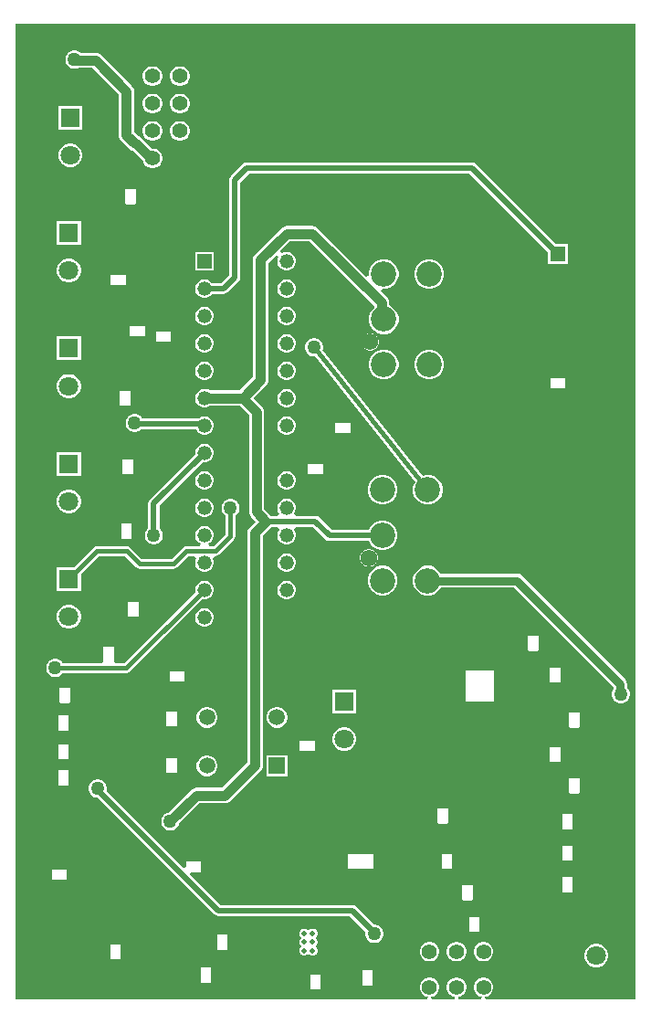
<source format=gbr>
%TF.GenerationSoftware,Altium Limited,Altium Designer,24.10.1 (45)*%
G04 Layer_Physical_Order=2*
G04 Layer_Color=16711680*
%FSLAX25Y25*%
%MOIN*%
%TF.SameCoordinates,F49E7BB8-28A7-4C0D-84C7-1FE184DCB0B3*%
%TF.FilePolarity,Positive*%
%TF.FileFunction,Copper,L2,Bot,Signal*%
%TF.Part,Single*%
G01*
G75*
%TA.AperFunction,Conductor*%
%ADD10C,0.01500*%
%ADD12C,0.02000*%
%ADD27C,0.03000*%
%ADD28C,0.03500*%
%TA.AperFunction,ComponentPad*%
%ADD30C,0.06200*%
%ADD31C,0.09200*%
%ADD32C,0.05500*%
%ADD33R,0.05600X0.05600*%
%ADD34C,0.05600*%
%ADD35C,0.07087*%
%ADD36R,0.07087X0.07087*%
%ADD37R,0.05200X0.05200*%
%ADD38C,0.05200*%
%ADD39R,0.07087X0.07087*%
%ADD40C,0.02000*%
%ADD41C,0.05900*%
%ADD42R,0.05900X0.05900*%
%TA.AperFunction,ViaPad*%
%ADD43C,0.05000*%
%ADD44C,0.01575*%
G36*
X468500Y105000D02*
X413599D01*
X413467Y106000D01*
X414213Y106200D01*
X415022Y106667D01*
X415683Y107328D01*
X416151Y108138D01*
X416393Y109040D01*
Y109975D01*
X416151Y110878D01*
X415683Y111688D01*
X415022Y112349D01*
X414213Y112816D01*
X413310Y113058D01*
X412375D01*
X411472Y112816D01*
X410663Y112349D01*
X410002Y111688D01*
X409535Y110878D01*
X409293Y109975D01*
Y109040D01*
X409535Y108138D01*
X410002Y107328D01*
X410663Y106667D01*
X411472Y106200D01*
X412218Y106000D01*
X412086Y105000D01*
X403756D01*
X403625Y106000D01*
X404370Y106200D01*
X405180Y106667D01*
X405841Y107328D01*
X406308Y108138D01*
X406550Y109040D01*
Y109975D01*
X406308Y110878D01*
X405841Y111688D01*
X405180Y112349D01*
X404370Y112816D01*
X403467Y113058D01*
X402533D01*
X401630Y112816D01*
X400820Y112349D01*
X400159Y111688D01*
X399692Y110878D01*
X399450Y109975D01*
Y109040D01*
X399692Y108138D01*
X400159Y107328D01*
X400820Y106667D01*
X401630Y106200D01*
X402375Y106000D01*
X402244Y105000D01*
X393914D01*
X393782Y106000D01*
X394528Y106200D01*
X395337Y106667D01*
X395998Y107328D01*
X396465Y108138D01*
X396708Y109040D01*
Y109975D01*
X396465Y110878D01*
X395998Y111688D01*
X395337Y112349D01*
X394528Y112816D01*
X393625Y113058D01*
X392690D01*
X391787Y112816D01*
X390978Y112349D01*
X390317Y111688D01*
X389849Y110878D01*
X389608Y109975D01*
Y109040D01*
X389849Y108138D01*
X390317Y107328D01*
X390978Y106667D01*
X391787Y106200D01*
X392533Y106000D01*
X392401Y105000D01*
X242000D01*
Y461000D01*
X468500D01*
Y105000D01*
D02*
G37*
%LPC*%
G36*
X302467Y445550D02*
X301533D01*
X300630Y445308D01*
X299820Y444841D01*
X299159Y444180D01*
X298692Y443370D01*
X298450Y442467D01*
Y441533D01*
X298692Y440630D01*
X299159Y439820D01*
X299820Y439159D01*
X300630Y438692D01*
X301533Y438450D01*
X302467D01*
X303370Y438692D01*
X304180Y439159D01*
X304841Y439820D01*
X305308Y440630D01*
X305550Y441533D01*
Y442467D01*
X305308Y443370D01*
X304841Y444180D01*
X304180Y444841D01*
X303370Y445308D01*
X302467Y445550D01*
D02*
G37*
G36*
X292467D02*
X291533D01*
X290630Y445308D01*
X289820Y444841D01*
X289159Y444180D01*
X288692Y443370D01*
X288450Y442467D01*
Y441533D01*
X288692Y440630D01*
X289159Y439820D01*
X289820Y439159D01*
X290630Y438692D01*
X291533Y438450D01*
X292467D01*
X293370Y438692D01*
X294180Y439159D01*
X294841Y439820D01*
X295308Y440630D01*
X295550Y441533D01*
Y442467D01*
X295308Y443370D01*
X294841Y444180D01*
X294180Y444841D01*
X293370Y445308D01*
X292467Y445550D01*
D02*
G37*
G36*
X302467Y435550D02*
X301533D01*
X300630Y435308D01*
X299820Y434841D01*
X299159Y434180D01*
X298692Y433370D01*
X298450Y432467D01*
Y431533D01*
X298692Y430630D01*
X299159Y429820D01*
X299820Y429159D01*
X300630Y428692D01*
X301533Y428450D01*
X302467D01*
X303370Y428692D01*
X304180Y429159D01*
X304841Y429820D01*
X305308Y430630D01*
X305550Y431533D01*
Y432467D01*
X305308Y433370D01*
X304841Y434180D01*
X304180Y434841D01*
X303370Y435308D01*
X302467Y435550D01*
D02*
G37*
G36*
X292467D02*
X291533D01*
X290630Y435308D01*
X289820Y434841D01*
X289159Y434180D01*
X288692Y433370D01*
X288450Y432467D01*
Y431533D01*
X288692Y430630D01*
X289159Y429820D01*
X289820Y429159D01*
X290630Y428692D01*
X291533Y428450D01*
X292467D01*
X293370Y428692D01*
X294180Y429159D01*
X294841Y429820D01*
X295308Y430630D01*
X295550Y431533D01*
Y432467D01*
X295308Y433370D01*
X294841Y434180D01*
X294180Y434841D01*
X293370Y435308D01*
X292467Y435550D01*
D02*
G37*
G36*
X266343Y431223D02*
X257657D01*
Y422536D01*
X266343D01*
Y431223D01*
D02*
G37*
G36*
X302467Y425550D02*
X301533D01*
X300630Y425308D01*
X299820Y424841D01*
X299159Y424180D01*
X298692Y423370D01*
X298450Y422467D01*
Y421533D01*
X298692Y420630D01*
X299159Y419820D01*
X299820Y419159D01*
X300630Y418692D01*
X301533Y418450D01*
X302467D01*
X303370Y418692D01*
X304180Y419159D01*
X304841Y419820D01*
X305308Y420630D01*
X305550Y421533D01*
Y422467D01*
X305308Y423370D01*
X304841Y424180D01*
X304180Y424841D01*
X303370Y425308D01*
X302467Y425550D01*
D02*
G37*
G36*
X292467D02*
X291533D01*
X290630Y425308D01*
X289820Y424841D01*
X289159Y424180D01*
X288692Y423370D01*
X288450Y422467D01*
Y421533D01*
X288692Y420630D01*
X289159Y419820D01*
X289820Y419159D01*
X290630Y418692D01*
X291533Y418450D01*
X292467D01*
X293370Y418692D01*
X294180Y419159D01*
X294841Y419820D01*
X295308Y420630D01*
X295550Y421533D01*
Y422467D01*
X295308Y423370D01*
X294841Y424180D01*
X294180Y424841D01*
X293370Y425308D01*
X292467Y425550D01*
D02*
G37*
G36*
X262572Y417443D02*
X261428D01*
X260324Y417147D01*
X259333Y416575D01*
X258524Y415767D01*
X257953Y414777D01*
X257657Y413672D01*
Y412528D01*
X257953Y411423D01*
X258524Y410433D01*
X259333Y409624D01*
X260324Y409053D01*
X261428Y408757D01*
X262572D01*
X263677Y409053D01*
X264667Y409624D01*
X265476Y410433D01*
X266047Y411423D01*
X266343Y412528D01*
Y413672D01*
X266047Y414777D01*
X265476Y415767D01*
X264667Y416575D01*
X263677Y417147D01*
X262572Y417443D01*
D02*
G37*
G36*
X263934Y451300D02*
X263066D01*
X262226Y451075D01*
X261474Y450641D01*
X260859Y450026D01*
X260425Y449274D01*
X260200Y448434D01*
Y447566D01*
X260425Y446726D01*
X260859Y445974D01*
X261474Y445359D01*
X262226Y444925D01*
X263066Y444700D01*
X263934D01*
X264774Y444925D01*
X264863Y444976D01*
X270101D01*
X279726Y435351D01*
Y420500D01*
X279821Y419782D01*
X280098Y419113D01*
X280539Y418539D01*
X283706Y415371D01*
X284281Y414930D01*
X284836Y414700D01*
X288613Y410923D01*
X288692Y410630D01*
X289159Y409820D01*
X289820Y409159D01*
X290630Y408692D01*
X291533Y408450D01*
X292467D01*
X293370Y408692D01*
X294180Y409159D01*
X294841Y409820D01*
X295308Y410630D01*
X295550Y411533D01*
Y412467D01*
X295308Y413370D01*
X294841Y414180D01*
X294180Y414841D01*
X293370Y415308D01*
X292467Y415550D01*
X291831D01*
X288088Y419294D01*
X287513Y419734D01*
X286958Y419965D01*
X285274Y421649D01*
Y436500D01*
X285179Y437218D01*
X284902Y437887D01*
X284461Y438461D01*
X273211Y449711D01*
X272637Y450152D01*
X271968Y450429D01*
X271250Y450524D01*
X265643D01*
X265526Y450641D01*
X264774Y451075D01*
X263934Y451300D01*
D02*
G37*
G36*
X285750Y400758D02*
X282250D01*
X282173Y400727D01*
X282142Y400650D01*
Y395350D01*
X282173Y395273D01*
X282250Y395242D01*
X285750D01*
X285826Y395273D01*
X285858Y395350D01*
Y400650D01*
X285826Y400727D01*
X285750Y400758D01*
D02*
G37*
G36*
X265843Y389123D02*
X257157D01*
Y380436D01*
X265843D01*
Y389123D01*
D02*
G37*
G36*
X408591Y410539D02*
X326500D01*
X325720Y410384D01*
X325058Y409942D01*
X320558Y405442D01*
X320116Y404780D01*
X319961Y404000D01*
Y369345D01*
X317155Y366539D01*
X313749D01*
X313721Y366588D01*
X313088Y367221D01*
X312312Y367668D01*
X311448Y367900D01*
X310552D01*
X309688Y367668D01*
X308912Y367221D01*
X308279Y366588D01*
X307832Y365812D01*
X307600Y364948D01*
Y364052D01*
X307832Y363188D01*
X308279Y362412D01*
X308912Y361779D01*
X309688Y361332D01*
X310552Y361100D01*
X311448D01*
X312312Y361332D01*
X313088Y361779D01*
X313721Y362412D01*
X313749Y362461D01*
X318000D01*
X318780Y362616D01*
X319442Y363058D01*
X323442Y367058D01*
X323884Y367720D01*
X324039Y368500D01*
Y403155D01*
X327345Y406461D01*
X407746D01*
X436400Y377807D01*
Y373491D01*
X443600D01*
Y380691D01*
X439284D01*
X410033Y409942D01*
X409371Y410384D01*
X408591Y410539D01*
D02*
G37*
G36*
X314400Y377900D02*
X307600D01*
Y371100D01*
X314400D01*
Y377900D01*
D02*
G37*
G36*
X262072Y375343D02*
X260928D01*
X259823Y375047D01*
X258833Y374476D01*
X258025Y373667D01*
X257453Y372676D01*
X257157Y371572D01*
Y370428D01*
X257453Y369323D01*
X258025Y368333D01*
X258833Y367525D01*
X259823Y366953D01*
X260928Y366657D01*
X262072D01*
X263176Y366953D01*
X264167Y367525D01*
X264976Y368333D01*
X265547Y369323D01*
X265843Y370428D01*
Y371572D01*
X265547Y372676D01*
X264976Y373667D01*
X264167Y374476D01*
X263176Y375047D01*
X262072Y375343D01*
D02*
G37*
G36*
X282150Y369358D02*
X276850D01*
X276774Y369326D01*
X276742Y369250D01*
Y365750D01*
X276774Y365673D01*
X276850Y365642D01*
X282150D01*
X282226Y365673D01*
X282258Y365750D01*
Y369250D01*
X282226Y369326D01*
X282150Y369358D01*
D02*
G37*
G36*
X393707Y375203D02*
X392285D01*
X390912Y374835D01*
X389680Y374124D01*
X388675Y373119D01*
X387964Y371887D01*
X387596Y370514D01*
Y369092D01*
X387964Y367719D01*
X388675Y366488D01*
X389680Y365482D01*
X390912Y364771D01*
X392285Y364403D01*
X393707D01*
X395080Y364771D01*
X396311Y365482D01*
X397317Y366488D01*
X398028Y367719D01*
X398396Y369092D01*
Y370514D01*
X398028Y371887D01*
X397317Y373119D01*
X396311Y374124D01*
X395080Y374835D01*
X393707Y375203D01*
D02*
G37*
G36*
X341448Y367900D02*
X340552D01*
X339688Y367668D01*
X338912Y367221D01*
X338279Y366588D01*
X337832Y365812D01*
X337600Y364948D01*
Y364052D01*
X337832Y363188D01*
X338279Y362412D01*
X338912Y361779D01*
X339688Y361332D01*
X340552Y361100D01*
X341448D01*
X342312Y361332D01*
X343088Y361779D01*
X343721Y362412D01*
X344168Y363188D01*
X344400Y364052D01*
Y364948D01*
X344168Y365812D01*
X343721Y366588D01*
X343088Y367221D01*
X342312Y367668D01*
X341448Y367900D01*
D02*
G37*
G36*
Y357900D02*
X340552D01*
X339688Y357668D01*
X338912Y357221D01*
X338279Y356588D01*
X337832Y355812D01*
X337600Y354948D01*
Y354052D01*
X337832Y353188D01*
X338279Y352412D01*
X338912Y351779D01*
X339688Y351332D01*
X340552Y351100D01*
X341448D01*
X342312Y351332D01*
X343088Y351779D01*
X343721Y352412D01*
X344168Y353188D01*
X344400Y354052D01*
Y354948D01*
X344168Y355812D01*
X343721Y356588D01*
X343088Y357221D01*
X342312Y357668D01*
X341448Y357900D01*
D02*
G37*
G36*
X311448D02*
X310552D01*
X309688Y357668D01*
X308912Y357221D01*
X308279Y356588D01*
X307832Y355812D01*
X307600Y354948D01*
Y354052D01*
X307832Y353188D01*
X308279Y352412D01*
X308912Y351779D01*
X309688Y351332D01*
X310552Y351100D01*
X311448D01*
X312312Y351332D01*
X313088Y351779D01*
X313721Y352412D01*
X314168Y353188D01*
X314400Y354052D01*
Y354948D01*
X314168Y355812D01*
X313721Y356588D01*
X313088Y357221D01*
X312312Y357668D01*
X311448Y357900D01*
D02*
G37*
G36*
X350500Y387274D02*
X341000D01*
X340282Y387179D01*
X339613Y386902D01*
X339039Y386461D01*
X329539Y376961D01*
X329098Y376387D01*
X328821Y375718D01*
X328726Y375000D01*
Y332199D01*
X323801Y327274D01*
X312996D01*
X312312Y327668D01*
X311448Y327900D01*
X310552D01*
X309688Y327668D01*
X308912Y327221D01*
X308279Y326588D01*
X307832Y325812D01*
X307600Y324948D01*
Y324052D01*
X307832Y323188D01*
X308279Y322412D01*
X308912Y321779D01*
X309688Y321332D01*
X310552Y321100D01*
X311448D01*
X312312Y321332D01*
X312996Y321726D01*
X323784D01*
X327226Y318284D01*
Y283000D01*
X327321Y282282D01*
X327598Y281613D01*
X328039Y281039D01*
X329577Y279500D01*
X327539Y277461D01*
X327098Y276887D01*
X326821Y276218D01*
X326726Y275500D01*
Y191649D01*
X317351Y182274D01*
X308000D01*
X307282Y182179D01*
X306613Y181902D01*
X306039Y181461D01*
X297809Y173231D01*
X297226Y173075D01*
X296474Y172641D01*
X295859Y172026D01*
X295425Y171274D01*
X295200Y170434D01*
Y169566D01*
X295425Y168726D01*
X295859Y167974D01*
X296474Y167359D01*
X297226Y166925D01*
X298065Y166700D01*
X298935D01*
X299774Y166925D01*
X300526Y167359D01*
X301141Y167974D01*
X301575Y168726D01*
X301731Y169308D01*
X309149Y176726D01*
X318500D01*
X319218Y176821D01*
X319887Y177098D01*
X320461Y177539D01*
X331461Y188539D01*
X331902Y189113D01*
X332179Y189782D01*
X332274Y190500D01*
Y274351D01*
X335384Y277461D01*
X337738D01*
X338057Y276946D01*
X338206Y276461D01*
X337832Y275812D01*
X337600Y274948D01*
Y274052D01*
X337832Y273188D01*
X338279Y272412D01*
X338912Y271779D01*
X339688Y271332D01*
X340552Y271100D01*
X341448D01*
X342312Y271332D01*
X343088Y271779D01*
X343721Y272412D01*
X344168Y273188D01*
X344400Y274052D01*
Y274948D01*
X344168Y275812D01*
X343794Y276461D01*
X343942Y276946D01*
X344262Y277461D01*
X350646D01*
X355084Y273023D01*
X355746Y272581D01*
X356526Y272425D01*
X370921D01*
X370933Y272380D01*
X371644Y271149D01*
X372649Y270144D01*
X373881Y269433D01*
X375254Y269065D01*
X376676D01*
X378049Y269433D01*
X379281Y270144D01*
X380286Y271149D01*
X380997Y272380D01*
X381365Y273754D01*
Y275175D01*
X380997Y276549D01*
X380286Y277780D01*
X379281Y278786D01*
X378049Y279497D01*
X376676Y279865D01*
X375254D01*
X373881Y279497D01*
X372649Y278786D01*
X371644Y277780D01*
X370933Y276549D01*
X370921Y276504D01*
X357371D01*
X352933Y280942D01*
X352271Y281384D01*
X351491Y281539D01*
X344262D01*
X343942Y282054D01*
X343794Y282539D01*
X344168Y283188D01*
X344400Y284052D01*
Y284948D01*
X344168Y285812D01*
X343721Y286588D01*
X343088Y287221D01*
X342312Y287668D01*
X341448Y287900D01*
X340552D01*
X339688Y287668D01*
X338912Y287221D01*
X338279Y286588D01*
X337832Y285812D01*
X337600Y284948D01*
Y284052D01*
X337832Y283188D01*
X338206Y282539D01*
X338057Y282054D01*
X337738Y281539D01*
X335384D01*
X332774Y284149D01*
Y319433D01*
X332679Y320151D01*
X332402Y320820D01*
X331961Y321394D01*
X328864Y324492D01*
X333461Y329089D01*
X333902Y329663D01*
X334179Y330332D01*
X334274Y331050D01*
Y373851D01*
X337281Y376858D01*
X338081Y376244D01*
X337832Y375812D01*
X337600Y374948D01*
Y374052D01*
X337832Y373188D01*
X338279Y372412D01*
X338912Y371779D01*
X339688Y371332D01*
X340552Y371100D01*
X341448D01*
X342312Y371332D01*
X343088Y371779D01*
X343721Y372412D01*
X344168Y373188D01*
X344400Y374052D01*
Y374948D01*
X344168Y375812D01*
X343721Y376588D01*
X343088Y377221D01*
X342312Y377668D01*
X341448Y377900D01*
X340552D01*
X339688Y377668D01*
X339256Y377419D01*
X338642Y378219D01*
X342149Y381726D01*
X349351D01*
X372858Y358220D01*
Y357301D01*
X372140Y356583D01*
X371429Y355352D01*
X371061Y353979D01*
Y352557D01*
X371429Y351183D01*
X372140Y349952D01*
X373145Y348947D01*
X374377Y348236D01*
X375750Y347868D01*
X377172D01*
X378545Y348236D01*
X379777Y348947D01*
X380782Y349952D01*
X381493Y351183D01*
X381861Y352557D01*
Y353979D01*
X381493Y355352D01*
X380782Y356583D01*
X379777Y357589D01*
X378545Y358300D01*
X378405Y358337D01*
Y359368D01*
X378311Y360086D01*
X378034Y360755D01*
X377593Y361330D01*
X375483Y363439D01*
X375627Y363958D01*
X375934Y364403D01*
X377172D01*
X378545Y364771D01*
X379777Y365482D01*
X380782Y366488D01*
X381493Y367719D01*
X381861Y369092D01*
Y370514D01*
X381493Y371887D01*
X380782Y373119D01*
X379777Y374124D01*
X378545Y374835D01*
X377172Y375203D01*
X375750D01*
X374377Y374835D01*
X373145Y374124D01*
X372140Y373119D01*
X371429Y371887D01*
X371061Y370514D01*
Y369276D01*
X370616Y368969D01*
X370097Y368826D01*
X352461Y386461D01*
X351887Y386902D01*
X351218Y387179D01*
X350500Y387274D01*
D02*
G37*
G36*
X289150Y350858D02*
X283850D01*
X283773Y350827D01*
X283742Y350750D01*
Y347250D01*
X283773Y347174D01*
X283850Y347142D01*
X289150D01*
X289227Y347174D01*
X289258Y347250D01*
Y350750D01*
X289227Y350827D01*
X289150Y350858D01*
D02*
G37*
G36*
X298650Y348858D02*
X293350D01*
X293273Y348827D01*
X293242Y348750D01*
Y345250D01*
X293273Y345174D01*
X293350Y345142D01*
X298650D01*
X298727Y345174D01*
X298758Y345250D01*
Y348750D01*
X298727Y348827D01*
X298650Y348858D01*
D02*
G37*
G36*
X371921Y348200D02*
X371079D01*
X370265Y347982D01*
X369535Y347561D01*
X368939Y346965D01*
X368518Y346235D01*
X368300Y345421D01*
Y344579D01*
X368518Y343765D01*
X368939Y343035D01*
X369535Y342439D01*
X370265Y342018D01*
X371079Y341800D01*
X371921D01*
X372735Y342018D01*
X373465Y342439D01*
X374061Y343035D01*
X374482Y343765D01*
X374700Y344579D01*
Y345421D01*
X374482Y346235D01*
X374061Y346965D01*
X373465Y347561D01*
X372735Y347982D01*
X371921Y348200D01*
D02*
G37*
G36*
X341448Y347900D02*
X340552D01*
X339688Y347668D01*
X338912Y347221D01*
X338279Y346588D01*
X337832Y345812D01*
X337600Y344948D01*
Y344052D01*
X337832Y343188D01*
X338279Y342412D01*
X338912Y341779D01*
X339688Y341332D01*
X340552Y341100D01*
X341448D01*
X342312Y341332D01*
X343088Y341779D01*
X343721Y342412D01*
X344168Y343188D01*
X344400Y344052D01*
Y344948D01*
X344168Y345812D01*
X343721Y346588D01*
X343088Y347221D01*
X342312Y347668D01*
X341448Y347900D01*
D02*
G37*
G36*
X311448D02*
X310552D01*
X309688Y347668D01*
X308912Y347221D01*
X308279Y346588D01*
X307832Y345812D01*
X307600Y344948D01*
Y344052D01*
X307832Y343188D01*
X308279Y342412D01*
X308912Y341779D01*
X309688Y341332D01*
X310552Y341100D01*
X311448D01*
X312312Y341332D01*
X313088Y341779D01*
X313721Y342412D01*
X314168Y343188D01*
X314400Y344052D01*
Y344948D01*
X314168Y345812D01*
X313721Y346588D01*
X313088Y347221D01*
X312312Y347668D01*
X311448Y347900D01*
D02*
G37*
G36*
X265843Y347023D02*
X257157D01*
Y338336D01*
X265843D01*
Y347023D01*
D02*
G37*
G36*
X393707Y342132D02*
X392285D01*
X390912Y341764D01*
X389680Y341053D01*
X388675Y340048D01*
X387964Y338817D01*
X387596Y337443D01*
Y336021D01*
X387964Y334648D01*
X388675Y333417D01*
X389680Y332411D01*
X390912Y331700D01*
X392285Y331332D01*
X393707D01*
X395080Y331700D01*
X396311Y332411D01*
X397317Y333417D01*
X398028Y334648D01*
X398396Y336021D01*
Y337443D01*
X398028Y338817D01*
X397317Y340048D01*
X396311Y341053D01*
X395080Y341764D01*
X393707Y342132D01*
D02*
G37*
G36*
X377172D02*
X375750D01*
X374377Y341764D01*
X373145Y341053D01*
X372140Y340048D01*
X371429Y338817D01*
X371061Y337443D01*
Y336021D01*
X371429Y334648D01*
X372140Y333417D01*
X373145Y332411D01*
X374377Y331700D01*
X375750Y331332D01*
X377172D01*
X378545Y331700D01*
X379777Y332411D01*
X380782Y333417D01*
X381493Y334648D01*
X381861Y336021D01*
Y337443D01*
X381493Y338817D01*
X380782Y340048D01*
X379777Y341053D01*
X378545Y341764D01*
X377172Y342132D01*
D02*
G37*
G36*
X341448Y337900D02*
X340552D01*
X339688Y337668D01*
X338912Y337221D01*
X338279Y336588D01*
X337832Y335812D01*
X337600Y334948D01*
Y334052D01*
X337832Y333188D01*
X338279Y332412D01*
X338912Y331779D01*
X339688Y331332D01*
X340552Y331100D01*
X341448D01*
X342312Y331332D01*
X343088Y331779D01*
X343721Y332412D01*
X344168Y333188D01*
X344400Y334052D01*
Y334948D01*
X344168Y335812D01*
X343721Y336588D01*
X343088Y337221D01*
X342312Y337668D01*
X341448Y337900D01*
D02*
G37*
G36*
X311448D02*
X310552D01*
X309688Y337668D01*
X308912Y337221D01*
X308279Y336588D01*
X307832Y335812D01*
X307600Y334948D01*
Y334052D01*
X307832Y333188D01*
X308279Y332412D01*
X308912Y331779D01*
X309688Y331332D01*
X310552Y331100D01*
X311448D01*
X312312Y331332D01*
X313088Y331779D01*
X313721Y332412D01*
X314168Y333188D01*
X314400Y334052D01*
Y334948D01*
X314168Y335812D01*
X313721Y336588D01*
X313088Y337221D01*
X312312Y337668D01*
X311448Y337900D01*
D02*
G37*
G36*
X442650Y331858D02*
X437350D01*
X437274Y331826D01*
X437242Y331750D01*
Y328250D01*
X437274Y328173D01*
X437350Y328142D01*
X442650D01*
X442727Y328173D01*
X442758Y328250D01*
Y331750D01*
X442727Y331826D01*
X442650Y331858D01*
D02*
G37*
G36*
X262072Y333243D02*
X260928D01*
X259823Y332947D01*
X258833Y332376D01*
X258025Y331567D01*
X257453Y330576D01*
X257157Y329472D01*
Y328328D01*
X257453Y327223D01*
X258025Y326233D01*
X258833Y325425D01*
X259823Y324853D01*
X260928Y324557D01*
X262072D01*
X263176Y324853D01*
X264167Y325425D01*
X264976Y326233D01*
X265547Y327223D01*
X265843Y328328D01*
Y329472D01*
X265547Y330576D01*
X264976Y331567D01*
X264167Y332376D01*
X263176Y332947D01*
X262072Y333243D01*
D02*
G37*
G36*
X283750Y327258D02*
X280250D01*
X280173Y327226D01*
X280142Y327150D01*
Y321850D01*
X280173Y321774D01*
X280250Y321742D01*
X283750D01*
X283826Y321774D01*
X283858Y321850D01*
Y327150D01*
X283826Y327226D01*
X283750Y327258D01*
D02*
G37*
G36*
X341448Y327900D02*
X340552D01*
X339688Y327668D01*
X338912Y327221D01*
X338279Y326588D01*
X337832Y325812D01*
X337600Y324948D01*
Y324052D01*
X337832Y323188D01*
X338279Y322412D01*
X338912Y321779D01*
X339688Y321332D01*
X340552Y321100D01*
X341448D01*
X342312Y321332D01*
X343088Y321779D01*
X343721Y322412D01*
X344168Y323188D01*
X344400Y324052D01*
Y324948D01*
X344168Y325812D01*
X343721Y326588D01*
X343088Y327221D01*
X342312Y327668D01*
X341448Y327900D01*
D02*
G37*
G36*
X364150Y315358D02*
X358850D01*
X358773Y315326D01*
X358742Y315250D01*
Y311750D01*
X358773Y311673D01*
X358850Y311642D01*
X364150D01*
X364227Y311673D01*
X364258Y311750D01*
Y315250D01*
X364227Y315326D01*
X364150Y315358D01*
D02*
G37*
G36*
X341448Y317900D02*
X340552D01*
X339688Y317668D01*
X338912Y317221D01*
X338279Y316588D01*
X337832Y315812D01*
X337600Y314948D01*
Y314052D01*
X337832Y313188D01*
X338279Y312412D01*
X338912Y311779D01*
X339688Y311332D01*
X340552Y311100D01*
X341448D01*
X342312Y311332D01*
X343088Y311779D01*
X343721Y312412D01*
X344168Y313188D01*
X344400Y314052D01*
Y314948D01*
X344168Y315812D01*
X343721Y316588D01*
X343088Y317221D01*
X342312Y317668D01*
X341448Y317900D01*
D02*
G37*
G36*
X285934Y318800D02*
X285066D01*
X284226Y318575D01*
X283474Y318141D01*
X282859Y317526D01*
X282425Y316774D01*
X282200Y315934D01*
Y315066D01*
X282425Y314226D01*
X282859Y313474D01*
X283474Y312859D01*
X284226Y312425D01*
X285066Y312200D01*
X285934D01*
X286774Y312425D01*
X287526Y312859D01*
X287628Y312961D01*
X307963D01*
X308279Y312412D01*
X308912Y311779D01*
X309688Y311332D01*
X310552Y311100D01*
X311448D01*
X312312Y311332D01*
X313088Y311779D01*
X313721Y312412D01*
X314168Y313188D01*
X314400Y314052D01*
Y314948D01*
X314168Y315812D01*
X313721Y316588D01*
X313088Y317221D01*
X312312Y317668D01*
X311448Y317900D01*
X310552D01*
X309688Y317668D01*
X308912Y317221D01*
X308731Y317039D01*
X288422D01*
X288141Y317526D01*
X287526Y318141D01*
X286774Y318575D01*
X285934Y318800D01*
D02*
G37*
G36*
X311448Y307900D02*
X310552D01*
X309688Y307668D01*
X308912Y307221D01*
X308279Y306588D01*
X307832Y305812D01*
X307600Y304948D01*
Y304052D01*
X307614Y303998D01*
X291058Y287442D01*
X290616Y286780D01*
X290461Y286000D01*
Y277128D01*
X289859Y276526D01*
X289425Y275774D01*
X289200Y274935D01*
Y274065D01*
X289425Y273226D01*
X289859Y272474D01*
X290474Y271859D01*
X291226Y271425D01*
X292066Y271200D01*
X292934D01*
X293774Y271425D01*
X294526Y271859D01*
X295141Y272474D01*
X295575Y273226D01*
X295800Y274065D01*
Y274935D01*
X295575Y275774D01*
X295141Y276526D01*
X294539Y277128D01*
Y285155D01*
X310498Y301115D01*
X310552Y301100D01*
X311448D01*
X312312Y301332D01*
X313088Y301779D01*
X313721Y302412D01*
X314168Y303188D01*
X314400Y304052D01*
Y304948D01*
X314168Y305812D01*
X313721Y306588D01*
X313088Y307221D01*
X312312Y307668D01*
X311448Y307900D01*
D02*
G37*
G36*
X284750Y302258D02*
X281250D01*
X281173Y302226D01*
X281142Y302150D01*
Y296850D01*
X281173Y296774D01*
X281250Y296742D01*
X284750D01*
X284826Y296774D01*
X284858Y296850D01*
Y302150D01*
X284826Y302226D01*
X284750Y302258D01*
D02*
G37*
G36*
X354150Y300358D02*
X348850D01*
X348774Y300326D01*
X348742Y300250D01*
Y296750D01*
X348774Y296673D01*
X348850Y296642D01*
X354150D01*
X354226Y296673D01*
X354258Y296750D01*
Y300250D01*
X354226Y300326D01*
X354150Y300358D01*
D02*
G37*
G36*
X265843Y304923D02*
X257157D01*
Y296236D01*
X265843D01*
Y304923D01*
D02*
G37*
G36*
X341448Y297900D02*
X340552D01*
X339688Y297668D01*
X338912Y297221D01*
X338279Y296588D01*
X337832Y295812D01*
X337600Y294948D01*
Y294052D01*
X337832Y293188D01*
X338279Y292412D01*
X338912Y291779D01*
X339688Y291332D01*
X340552Y291100D01*
X341448D01*
X342312Y291332D01*
X343088Y291779D01*
X343721Y292412D01*
X344168Y293188D01*
X344400Y294052D01*
Y294948D01*
X344168Y295812D01*
X343721Y296588D01*
X343088Y297221D01*
X342312Y297668D01*
X341448Y297900D01*
D02*
G37*
G36*
X311448D02*
X310552D01*
X309688Y297668D01*
X308912Y297221D01*
X308279Y296588D01*
X307832Y295812D01*
X307600Y294948D01*
Y294052D01*
X307832Y293188D01*
X308279Y292412D01*
X308912Y291779D01*
X309688Y291332D01*
X310552Y291100D01*
X311448D01*
X312312Y291332D01*
X313088Y291779D01*
X313721Y292412D01*
X314168Y293188D01*
X314400Y294052D01*
Y294948D01*
X314168Y295812D01*
X313721Y296588D01*
X313088Y297221D01*
X312312Y297668D01*
X311448Y297900D01*
D02*
G37*
G36*
X351434Y346300D02*
X350566D01*
X349726Y346075D01*
X348974Y345641D01*
X348359Y345026D01*
X347925Y344274D01*
X347700Y343435D01*
Y342565D01*
X347925Y341726D01*
X348359Y340974D01*
X348974Y340359D01*
X349726Y339925D01*
X350566Y339700D01*
X351351D01*
X387924Y293874D01*
X387468Y293084D01*
X387100Y291711D01*
Y290289D01*
X387468Y288916D01*
X388179Y287684D01*
X389184Y286679D01*
X390416Y285968D01*
X391789Y285600D01*
X393211D01*
X394584Y285968D01*
X395816Y286679D01*
X396821Y287684D01*
X397532Y288916D01*
X397900Y290289D01*
Y291711D01*
X397532Y293084D01*
X396821Y294316D01*
X395816Y295321D01*
X394584Y296032D01*
X393211Y296400D01*
X391789D01*
X390705Y296110D01*
X354132Y341937D01*
X354300Y342565D01*
Y343435D01*
X354075Y344274D01*
X353641Y345026D01*
X353026Y345641D01*
X352274Y346075D01*
X351434Y346300D01*
D02*
G37*
G36*
X376676Y296400D02*
X375254D01*
X373881Y296032D01*
X372649Y295321D01*
X371644Y294316D01*
X370933Y293084D01*
X370565Y291711D01*
Y290289D01*
X370933Y288916D01*
X371644Y287684D01*
X372649Y286679D01*
X373881Y285968D01*
X375254Y285600D01*
X376676D01*
X378049Y285968D01*
X379281Y286679D01*
X380286Y287684D01*
X380997Y288916D01*
X381365Y290289D01*
Y291711D01*
X380997Y293084D01*
X380286Y294316D01*
X379281Y295321D01*
X378049Y296032D01*
X376676Y296400D01*
D02*
G37*
G36*
X262072Y291143D02*
X260928D01*
X259823Y290847D01*
X258833Y290276D01*
X258025Y289467D01*
X257453Y288476D01*
X257157Y287372D01*
Y286228D01*
X257453Y285123D01*
X258025Y284133D01*
X258833Y283325D01*
X259823Y282753D01*
X260928Y282457D01*
X262072D01*
X263176Y282753D01*
X264167Y283325D01*
X264976Y284133D01*
X265547Y285123D01*
X265843Y286228D01*
Y287372D01*
X265547Y288476D01*
X264976Y289467D01*
X264167Y290276D01*
X263176Y290847D01*
X262072Y291143D01*
D02*
G37*
G36*
X311448Y287900D02*
X310552D01*
X309688Y287668D01*
X308912Y287221D01*
X308279Y286588D01*
X307832Y285812D01*
X307600Y284948D01*
Y284052D01*
X307832Y283188D01*
X308279Y282412D01*
X308912Y281779D01*
X309688Y281332D01*
X310552Y281100D01*
X311448D01*
X312312Y281332D01*
X313088Y281779D01*
X313721Y282412D01*
X314168Y283188D01*
X314400Y284052D01*
Y284948D01*
X314168Y285812D01*
X313721Y286588D01*
X313088Y287221D01*
X312312Y287668D01*
X311448Y287900D01*
D02*
G37*
G36*
X284250Y278758D02*
X280750D01*
X280674Y278727D01*
X280642Y278650D01*
Y273350D01*
X280674Y273273D01*
X280750Y273242D01*
X284250D01*
X284327Y273273D01*
X284358Y273350D01*
Y278650D01*
X284327Y278727D01*
X284250Y278758D01*
D02*
G37*
G36*
X320935Y287800D02*
X320065D01*
X319226Y287575D01*
X318474Y287141D01*
X317859Y286526D01*
X317425Y285774D01*
X317200Y284934D01*
Y284066D01*
X317425Y283226D01*
X317859Y282474D01*
X318474Y281859D01*
X318716Y281720D01*
Y274739D01*
X314411Y270434D01*
X312660D01*
X312550Y270719D01*
X312490Y271434D01*
X313088Y271779D01*
X313721Y272412D01*
X314168Y273188D01*
X314400Y274052D01*
Y274948D01*
X314168Y275812D01*
X313721Y276588D01*
X313088Y277221D01*
X312312Y277668D01*
X311448Y277900D01*
X310552D01*
X309688Y277668D01*
X308912Y277221D01*
X308279Y276588D01*
X307832Y275812D01*
X307600Y274948D01*
Y274052D01*
X307832Y273188D01*
X308279Y272412D01*
X308912Y271779D01*
X309510Y271434D01*
X309450Y270719D01*
X309340Y270434D01*
X304280D01*
X303597Y270299D01*
X303018Y269912D01*
X303018Y269912D01*
X298891Y265784D01*
X287929D01*
X283802Y269912D01*
X283223Y270299D01*
X282540Y270434D01*
X271671D01*
X271671Y270434D01*
X270988Y270299D01*
X270409Y269912D01*
X270409Y269912D01*
X263320Y262823D01*
X257157D01*
Y254136D01*
X265843D01*
Y260299D01*
X272410Y266866D01*
X281801D01*
X285929Y262738D01*
X285929Y262738D01*
X286508Y262351D01*
X287190Y262216D01*
X299630D01*
X300313Y262351D01*
X300892Y262738D01*
X305019Y266866D01*
X307285D01*
X307862Y265866D01*
X307832Y265812D01*
X307600Y264948D01*
Y264052D01*
X307832Y263188D01*
X308279Y262412D01*
X308912Y261779D01*
X309688Y261332D01*
X310552Y261100D01*
X311448D01*
X312312Y261332D01*
X313088Y261779D01*
X313721Y262412D01*
X314168Y263188D01*
X314400Y264052D01*
Y264948D01*
X314168Y265812D01*
X314138Y265866D01*
X314715Y266866D01*
X315150D01*
X315833Y267002D01*
X316412Y267388D01*
X321762Y272738D01*
X321762Y272738D01*
X322148Y273317D01*
X322284Y274000D01*
Y281720D01*
X322526Y281859D01*
X323141Y282474D01*
X323575Y283226D01*
X323800Y284066D01*
Y284934D01*
X323575Y285774D01*
X323141Y286526D01*
X322526Y287141D01*
X321774Y287575D01*
X320935Y287800D01*
D02*
G37*
G36*
X371425Y269397D02*
X370583D01*
X369769Y269179D01*
X369039Y268758D01*
X368443Y268162D01*
X368022Y267432D01*
X367804Y266618D01*
Y265776D01*
X368022Y264962D01*
X368443Y264232D01*
X369039Y263636D01*
X369769Y263215D01*
X370583Y262997D01*
X371425D01*
X372239Y263215D01*
X372969Y263636D01*
X373565Y264232D01*
X373986Y264962D01*
X374204Y265776D01*
Y266618D01*
X373986Y267432D01*
X373565Y268162D01*
X372969Y268758D01*
X372239Y269179D01*
X371425Y269397D01*
D02*
G37*
G36*
X341448Y267900D02*
X340552D01*
X339688Y267668D01*
X338912Y267221D01*
X338279Y266588D01*
X337832Y265812D01*
X337600Y264948D01*
Y264052D01*
X337832Y263188D01*
X338279Y262412D01*
X338912Y261779D01*
X339688Y261332D01*
X340552Y261100D01*
X341448D01*
X342312Y261332D01*
X343088Y261779D01*
X343721Y262412D01*
X344168Y263188D01*
X344400Y264052D01*
Y264948D01*
X344168Y265812D01*
X343721Y266588D01*
X343088Y267221D01*
X342312Y267668D01*
X341448Y267900D01*
D02*
G37*
G36*
X376676Y263329D02*
X375254D01*
X373881Y262961D01*
X372649Y262250D01*
X371644Y261245D01*
X370933Y260014D01*
X370565Y258640D01*
Y257218D01*
X370933Y255845D01*
X371644Y254613D01*
X372649Y253608D01*
X373881Y252897D01*
X375254Y252529D01*
X376676D01*
X378049Y252897D01*
X379281Y253608D01*
X380286Y254613D01*
X380997Y255845D01*
X381365Y257218D01*
Y258640D01*
X380997Y260014D01*
X380286Y261245D01*
X379281Y262250D01*
X378049Y262961D01*
X376676Y263329D01*
D02*
G37*
G36*
X341448Y257900D02*
X340552D01*
X339688Y257668D01*
X338912Y257221D01*
X338279Y256588D01*
X337832Y255812D01*
X337600Y254948D01*
Y254052D01*
X337832Y253188D01*
X338279Y252412D01*
X338912Y251779D01*
X339688Y251332D01*
X340552Y251100D01*
X341448D01*
X342312Y251332D01*
X343088Y251779D01*
X343721Y252412D01*
X344168Y253188D01*
X344400Y254052D01*
Y254948D01*
X344168Y255812D01*
X343721Y256588D01*
X343088Y257221D01*
X342312Y257668D01*
X341448Y257900D01*
D02*
G37*
G36*
X311448D02*
X310552D01*
X309688Y257668D01*
X308912Y257221D01*
X308279Y256588D01*
X307832Y255812D01*
X307600Y254948D01*
Y254052D01*
X307691Y253714D01*
X281761Y227784D01*
X278644D01*
X278644Y227784D01*
X277858Y228350D01*
X277858Y228784D01*
Y233650D01*
X277826Y233727D01*
X277750Y233758D01*
X274250D01*
X274173Y233727D01*
X274142Y233650D01*
Y228784D01*
X274142Y228350D01*
X273356Y227784D01*
X273356Y227784D01*
X259280D01*
X259141Y228026D01*
X258526Y228641D01*
X257774Y229075D01*
X256934Y229300D01*
X256066D01*
X255226Y229075D01*
X254474Y228641D01*
X253859Y228026D01*
X253425Y227274D01*
X253200Y226434D01*
Y225566D01*
X253425Y224726D01*
X253859Y223974D01*
X254474Y223359D01*
X255226Y222925D01*
X256066Y222700D01*
X256934D01*
X257774Y222925D01*
X258526Y223359D01*
X259141Y223974D01*
X259280Y224216D01*
X282500D01*
X283183Y224352D01*
X283762Y224738D01*
X310214Y251191D01*
X310552Y251100D01*
X311448D01*
X312312Y251332D01*
X313088Y251779D01*
X313721Y252412D01*
X314168Y253188D01*
X314400Y254052D01*
Y254948D01*
X314168Y255812D01*
X313721Y256588D01*
X313088Y257221D01*
X312312Y257668D01*
X311448Y257900D01*
D02*
G37*
G36*
X286750Y250258D02*
X283250D01*
X283173Y250226D01*
X283142Y250150D01*
Y244850D01*
X283173Y244774D01*
X283250Y244742D01*
X286750D01*
X286826Y244774D01*
X286858Y244850D01*
Y250150D01*
X286826Y250226D01*
X286750Y250258D01*
D02*
G37*
G36*
X311448Y247900D02*
X310552D01*
X309688Y247668D01*
X308912Y247221D01*
X308279Y246588D01*
X307832Y245812D01*
X307600Y244948D01*
Y244052D01*
X307832Y243188D01*
X308279Y242412D01*
X308912Y241779D01*
X309688Y241332D01*
X310552Y241100D01*
X311448D01*
X312312Y241332D01*
X313088Y241779D01*
X313721Y242412D01*
X314168Y243188D01*
X314400Y244052D01*
Y244948D01*
X314168Y245812D01*
X313721Y246588D01*
X313088Y247221D01*
X312312Y247668D01*
X311448Y247900D01*
D02*
G37*
G36*
X262072Y249043D02*
X260928D01*
X259823Y248747D01*
X258833Y248176D01*
X258025Y247367D01*
X257453Y246376D01*
X257157Y245272D01*
Y244128D01*
X257453Y243023D01*
X258025Y242033D01*
X258833Y241225D01*
X259823Y240653D01*
X260928Y240357D01*
X262072D01*
X263176Y240653D01*
X264167Y241225D01*
X264976Y242033D01*
X265547Y243023D01*
X265843Y244128D01*
Y245272D01*
X265547Y246376D01*
X264976Y247367D01*
X264167Y248176D01*
X263176Y248747D01*
X262072Y249043D01*
D02*
G37*
G36*
X432750Y237758D02*
X429250D01*
X429174Y237726D01*
X429142Y237650D01*
Y232350D01*
X429174Y232274D01*
X429250Y232242D01*
X432750D01*
X432827Y232274D01*
X432858Y232350D01*
Y237650D01*
X432827Y237726D01*
X432750Y237758D01*
D02*
G37*
G36*
X303650Y224858D02*
X298350D01*
X298273Y224827D01*
X298242Y224750D01*
Y221250D01*
X298273Y221174D01*
X298350Y221142D01*
X303650D01*
X303727Y221174D01*
X303758Y221250D01*
Y224750D01*
X303727Y224827D01*
X303650Y224858D01*
D02*
G37*
G36*
X440750Y226258D02*
X437250D01*
X437174Y226226D01*
X437142Y226150D01*
Y220850D01*
X437174Y220774D01*
X437250Y220742D01*
X440750D01*
X440827Y220774D01*
X440858Y220850D01*
Y226150D01*
X440827Y226226D01*
X440750Y226258D01*
D02*
G37*
G36*
X416400Y225208D02*
X406600D01*
X406524Y225177D01*
X406492Y225100D01*
Y213900D01*
X406524Y213824D01*
X406600Y213792D01*
X416400D01*
X416476Y213824D01*
X416508Y213900D01*
Y225100D01*
X416476Y225177D01*
X416400Y225208D01*
D02*
G37*
G36*
X261750Y218758D02*
X258250D01*
X258173Y218726D01*
X258142Y218650D01*
Y213350D01*
X258173Y213274D01*
X258250Y213242D01*
X261750D01*
X261826Y213274D01*
X261858Y213350D01*
Y218650D01*
X261826Y218726D01*
X261750Y218758D01*
D02*
G37*
G36*
X393211Y263329D02*
X391789D01*
X390416Y262961D01*
X389184Y262250D01*
X388179Y261245D01*
X387468Y260014D01*
X387100Y258640D01*
Y257218D01*
X387468Y255845D01*
X388179Y254613D01*
X389184Y253608D01*
X390416Y252897D01*
X391789Y252529D01*
X393211D01*
X394584Y252897D01*
X395816Y253608D01*
X396821Y254613D01*
X397264Y255380D01*
X424015D01*
X460251Y219144D01*
Y218339D01*
X459925Y217774D01*
X459700Y216934D01*
Y216066D01*
X459925Y215226D01*
X460359Y214474D01*
X460974Y213859D01*
X461726Y213425D01*
X462566Y213200D01*
X463435D01*
X464274Y213425D01*
X465026Y213859D01*
X465641Y214474D01*
X466075Y215226D01*
X466300Y216066D01*
Y216934D01*
X466075Y217774D01*
X465641Y218526D01*
X465349Y218818D01*
Y220200D01*
X465155Y221175D01*
X464603Y222002D01*
X426873Y259732D01*
X426046Y260284D01*
X425071Y260478D01*
X397264D01*
X396821Y261245D01*
X395816Y262250D01*
X394584Y262961D01*
X393211Y263329D01*
D02*
G37*
G36*
X366343Y218123D02*
X357657D01*
Y209436D01*
X366343D01*
Y218123D01*
D02*
G37*
G36*
X300750Y210258D02*
X297250D01*
X297174Y210226D01*
X297142Y210150D01*
Y204850D01*
X297174Y204773D01*
X297250Y204742D01*
X300750D01*
X300827Y204773D01*
X300858Y204850D01*
Y210150D01*
X300827Y210226D01*
X300750Y210258D01*
D02*
G37*
G36*
X337994Y211750D02*
X337006D01*
X336053Y211494D01*
X335197Y211001D01*
X334499Y210303D01*
X334006Y209447D01*
X333750Y208494D01*
Y207506D01*
X334006Y206553D01*
X334499Y205697D01*
X335197Y204999D01*
X336053Y204506D01*
X337006Y204250D01*
X337994D01*
X338947Y204506D01*
X339803Y204999D01*
X340501Y205697D01*
X340994Y206553D01*
X341250Y207506D01*
Y208494D01*
X340994Y209447D01*
X340501Y210303D01*
X339803Y211001D01*
X338947Y211494D01*
X337994Y211750D01*
D02*
G37*
G36*
X312403D02*
X311416D01*
X310462Y211494D01*
X309607Y211001D01*
X308909Y210303D01*
X308415Y209447D01*
X308159Y208494D01*
Y207506D01*
X308415Y206553D01*
X308909Y205697D01*
X309607Y204999D01*
X310462Y204506D01*
X311416Y204250D01*
X312403D01*
X313357Y204506D01*
X314212Y204999D01*
X314910Y205697D01*
X315404Y206553D01*
X315659Y207506D01*
Y208494D01*
X315404Y209447D01*
X314910Y210303D01*
X314212Y211001D01*
X313357Y211494D01*
X312403Y211750D01*
D02*
G37*
G36*
X447750Y209758D02*
X444250D01*
X444173Y209727D01*
X444142Y209650D01*
Y204350D01*
X444173Y204274D01*
X444250Y204242D01*
X447750D01*
X447826Y204274D01*
X447858Y204350D01*
Y209650D01*
X447826Y209727D01*
X447750Y209758D01*
D02*
G37*
G36*
X261250Y208758D02*
X257750D01*
X257674Y208727D01*
X257642Y208650D01*
Y203350D01*
X257674Y203274D01*
X257750Y203242D01*
X261250D01*
X261327Y203274D01*
X261358Y203350D01*
Y208650D01*
X261327Y208727D01*
X261250Y208758D01*
D02*
G37*
G36*
X362572Y204343D02*
X361428D01*
X360324Y204047D01*
X359333Y203475D01*
X358524Y202667D01*
X357953Y201676D01*
X357657Y200572D01*
Y199428D01*
X357953Y198324D01*
X358524Y197333D01*
X359333Y196525D01*
X360324Y195953D01*
X361428Y195657D01*
X362572D01*
X363677Y195953D01*
X364667Y196525D01*
X365476Y197333D01*
X366047Y198324D01*
X366343Y199428D01*
Y200572D01*
X366047Y201676D01*
X365476Y202667D01*
X364667Y203475D01*
X363677Y204047D01*
X362572Y204343D01*
D02*
G37*
G36*
X351150Y199358D02*
X345850D01*
X345774Y199327D01*
X345742Y199250D01*
Y195750D01*
X345774Y195674D01*
X345850Y195642D01*
X351150D01*
X351226Y195674D01*
X351258Y195750D01*
Y199250D01*
X351226Y199327D01*
X351150Y199358D01*
D02*
G37*
G36*
X261250Y198258D02*
X257750D01*
X257674Y198226D01*
X257642Y198150D01*
Y192850D01*
X257674Y192773D01*
X257750Y192742D01*
X261250D01*
X261327Y192773D01*
X261358Y192850D01*
Y198150D01*
X261327Y198226D01*
X261250Y198258D01*
D02*
G37*
G36*
X440750Y197258D02*
X437250D01*
X437174Y197227D01*
X437142Y197150D01*
Y191850D01*
X437174Y191773D01*
X437250Y191742D01*
X440750D01*
X440827Y191773D01*
X440858Y191850D01*
Y197150D01*
X440827Y197227D01*
X440750Y197258D01*
D02*
G37*
G36*
X300750Y193258D02*
X297250D01*
X297174Y193227D01*
X297142Y193150D01*
Y187850D01*
X297174Y187774D01*
X297250Y187742D01*
X300750D01*
X300827Y187774D01*
X300858Y187850D01*
Y193150D01*
X300827Y193227D01*
X300750Y193258D01*
D02*
G37*
G36*
X341250Y194034D02*
X333750D01*
Y186533D01*
X341250D01*
Y194034D01*
D02*
G37*
G36*
X312403D02*
X311416D01*
X310462Y193778D01*
X309607Y193284D01*
X308909Y192586D01*
X308415Y191731D01*
X308159Y190777D01*
Y189790D01*
X308415Y188836D01*
X308909Y187981D01*
X309607Y187283D01*
X310462Y186789D01*
X311416Y186533D01*
X312403D01*
X313357Y186789D01*
X314212Y187283D01*
X314910Y187981D01*
X315404Y188836D01*
X315659Y189790D01*
Y190777D01*
X315404Y191731D01*
X314910Y192586D01*
X314212Y193284D01*
X313357Y193778D01*
X312403Y194034D01*
D02*
G37*
G36*
X261250Y188758D02*
X257750D01*
X257674Y188726D01*
X257642Y188650D01*
Y183350D01*
X257674Y183273D01*
X257750Y183242D01*
X261250D01*
X261327Y183273D01*
X261358Y183350D01*
Y188650D01*
X261327Y188726D01*
X261250Y188758D01*
D02*
G37*
G36*
X447750Y185758D02*
X444250D01*
X444173Y185726D01*
X444142Y185650D01*
Y180350D01*
X444173Y180273D01*
X444250Y180242D01*
X447750D01*
X447826Y180273D01*
X447858Y180350D01*
Y185650D01*
X447826Y185726D01*
X447750Y185758D01*
D02*
G37*
G36*
X399750Y174758D02*
X396250D01*
X396174Y174726D01*
X396142Y174650D01*
Y169350D01*
X396174Y169273D01*
X396250Y169242D01*
X399750D01*
X399827Y169273D01*
X399858Y169350D01*
Y174650D01*
X399827Y174726D01*
X399750Y174758D01*
D02*
G37*
G36*
X445250Y172758D02*
X441750D01*
X441674Y172727D01*
X441642Y172650D01*
Y167350D01*
X441674Y167273D01*
X441750Y167242D01*
X445250D01*
X445327Y167273D01*
X445358Y167350D01*
Y172650D01*
X445327Y172727D01*
X445250Y172758D01*
D02*
G37*
G36*
Y161258D02*
X441750D01*
X441674Y161226D01*
X441642Y161150D01*
Y155850D01*
X441674Y155773D01*
X441750Y155742D01*
X445250D01*
X445327Y155773D01*
X445358Y155850D01*
Y161150D01*
X445327Y161226D01*
X445250Y161258D01*
D02*
G37*
G36*
X372550Y158158D02*
X363450D01*
X363373Y158126D01*
X363342Y158050D01*
Y152950D01*
X363373Y152874D01*
X363450Y152842D01*
X372550D01*
X372626Y152874D01*
X372658Y152950D01*
Y158050D01*
X372626Y158126D01*
X372550Y158158D01*
D02*
G37*
G36*
X401250Y158258D02*
X397750D01*
X397674Y158227D01*
X397642Y158150D01*
Y152850D01*
X397674Y152773D01*
X397750Y152742D01*
X401250D01*
X401327Y152773D01*
X401358Y152850D01*
Y158150D01*
X401327Y158227D01*
X401250Y158258D01*
D02*
G37*
G36*
X260650Y152358D02*
X255350D01*
X255274Y152327D01*
X255242Y152250D01*
Y148750D01*
X255274Y148673D01*
X255350Y148642D01*
X260650D01*
X260726Y148673D01*
X260758Y148750D01*
Y152250D01*
X260726Y152327D01*
X260650Y152358D01*
D02*
G37*
G36*
X445250Y149758D02*
X441750D01*
X441674Y149726D01*
X441642Y149650D01*
Y144350D01*
X441674Y144273D01*
X441750Y144242D01*
X445250D01*
X445327Y144273D01*
X445358Y144350D01*
Y149650D01*
X445327Y149726D01*
X445250Y149758D01*
D02*
G37*
G36*
X408750Y146758D02*
X405250D01*
X405173Y146727D01*
X405142Y146650D01*
Y141350D01*
X405173Y141273D01*
X405250Y141242D01*
X408750D01*
X408826Y141273D01*
X408858Y141350D01*
Y146650D01*
X408826Y146727D01*
X408750Y146758D01*
D02*
G37*
G36*
X350858Y130900D02*
X350142D01*
X349480Y130626D01*
X348950Y130142D01*
X348420Y130626D01*
X347758Y130900D01*
X347042D01*
X346380Y130626D01*
X345874Y130120D01*
X345600Y129458D01*
Y128742D01*
X345802Y128254D01*
X345874Y128080D01*
X345874Y128080D01*
X346358Y127550D01*
X345874Y127020D01*
X345874Y127020D01*
X345802Y126846D01*
X345600Y126358D01*
Y125642D01*
X345802Y125154D01*
X345874Y124980D01*
X345874Y124980D01*
X346358Y124450D01*
X345874Y123920D01*
X345874Y123920D01*
X345802Y123746D01*
X345600Y123258D01*
Y122542D01*
X345874Y121880D01*
X346380Y121374D01*
X347042Y121100D01*
X347758D01*
X348420Y121374D01*
X348950Y121858D01*
X349480Y121374D01*
X350142Y121100D01*
X350858D01*
X351520Y121374D01*
X352026Y121880D01*
X352300Y122542D01*
Y123258D01*
X352098Y123746D01*
X352026Y123920D01*
X352026Y123920D01*
X351542Y124450D01*
X352026Y124980D01*
X352026Y124980D01*
X352098Y125154D01*
X352300Y125642D01*
Y126358D01*
X352098Y126846D01*
X352026Y127020D01*
X352026Y127020D01*
X351542Y127550D01*
X352026Y128080D01*
X352026Y128080D01*
X352098Y128254D01*
X352300Y128742D01*
Y129458D01*
X352026Y130120D01*
X351520Y130626D01*
X350858Y130900D01*
D02*
G37*
G36*
X411250Y135258D02*
X407750D01*
X407674Y135227D01*
X407642Y135150D01*
Y129850D01*
X407674Y129773D01*
X407750Y129742D01*
X411250D01*
X411327Y129773D01*
X411358Y129850D01*
Y135150D01*
X411327Y135227D01*
X411250Y135258D01*
D02*
G37*
G36*
X272434Y185300D02*
X271566D01*
X270726Y185075D01*
X269974Y184641D01*
X269359Y184026D01*
X268925Y183274D01*
X268700Y182434D01*
Y181566D01*
X268925Y180726D01*
X269359Y179974D01*
X269974Y179359D01*
X270726Y178925D01*
X271566Y178700D01*
X271921D01*
X314563Y136058D01*
X315224Y135616D01*
X316004Y135461D01*
X364155D01*
X369802Y129814D01*
X369700Y129434D01*
Y128566D01*
X369925Y127726D01*
X370359Y126974D01*
X370974Y126359D01*
X371726Y125925D01*
X372566Y125700D01*
X373434D01*
X374274Y125925D01*
X375026Y126359D01*
X375641Y126974D01*
X376075Y127726D01*
X376300Y128566D01*
Y129434D01*
X376075Y130274D01*
X375641Y131026D01*
X375026Y131641D01*
X374274Y132075D01*
X373434Y132300D01*
X373084D01*
X366442Y138942D01*
X365780Y139384D01*
X365000Y139539D01*
X316849D01*
X305720Y150668D01*
X306103Y151592D01*
X309650D01*
X309727Y151623D01*
X309758Y151700D01*
Y155200D01*
X309727Y155277D01*
X309650Y155308D01*
X304350D01*
X304274Y155277D01*
X304242Y155200D01*
Y153453D01*
X303318Y153070D01*
X275199Y181189D01*
X275300Y181566D01*
Y182434D01*
X275075Y183274D01*
X274641Y184026D01*
X274026Y184641D01*
X273274Y185075D01*
X272434Y185300D01*
D02*
G37*
G36*
X319250Y128758D02*
X315750D01*
X315673Y128726D01*
X315642Y128650D01*
Y123350D01*
X315673Y123274D01*
X315750Y123242D01*
X319250D01*
X319326Y123274D01*
X319358Y123350D01*
Y128650D01*
X319326Y128726D01*
X319250Y128758D01*
D02*
G37*
G36*
X280200Y125258D02*
X276700D01*
X276624Y125226D01*
X276592Y125150D01*
Y119850D01*
X276624Y119773D01*
X276700Y119742D01*
X280200D01*
X280276Y119773D01*
X280308Y119850D01*
Y125150D01*
X280276Y125226D01*
X280200Y125258D01*
D02*
G37*
G36*
X413310Y126050D02*
X412375D01*
X411472Y125808D01*
X410663Y125341D01*
X410002Y124680D01*
X409535Y123870D01*
X409293Y122967D01*
Y122033D01*
X409535Y121130D01*
X410002Y120320D01*
X410663Y119659D01*
X411472Y119192D01*
X412375Y118950D01*
X413310D01*
X414213Y119192D01*
X415022Y119659D01*
X415683Y120320D01*
X416151Y121130D01*
X416393Y122033D01*
Y122967D01*
X416151Y123870D01*
X415683Y124680D01*
X415022Y125341D01*
X414213Y125808D01*
X413310Y126050D01*
D02*
G37*
G36*
X403467D02*
X402533D01*
X401630Y125808D01*
X400820Y125341D01*
X400159Y124680D01*
X399692Y123870D01*
X399450Y122967D01*
Y122033D01*
X399692Y121130D01*
X400159Y120320D01*
X400820Y119659D01*
X401630Y119192D01*
X402533Y118950D01*
X403467D01*
X404370Y119192D01*
X405180Y119659D01*
X405841Y120320D01*
X406308Y121130D01*
X406550Y122033D01*
Y122967D01*
X406308Y123870D01*
X405841Y124680D01*
X405180Y125341D01*
X404370Y125808D01*
X403467Y126050D01*
D02*
G37*
G36*
X393625D02*
X392690D01*
X391787Y125808D01*
X390978Y125341D01*
X390317Y124680D01*
X389849Y123870D01*
X389608Y122967D01*
Y122033D01*
X389849Y121130D01*
X390317Y120320D01*
X390978Y119659D01*
X391787Y119192D01*
X392690Y118950D01*
X393625D01*
X394528Y119192D01*
X395337Y119659D01*
X395998Y120320D01*
X396465Y121130D01*
X396708Y122033D01*
Y122967D01*
X396465Y123870D01*
X395998Y124680D01*
X395337Y125341D01*
X394528Y125808D01*
X393625Y126050D01*
D02*
G37*
G36*
X454572Y125343D02*
X453428D01*
X452323Y125047D01*
X451333Y124476D01*
X450525Y123667D01*
X449953Y122676D01*
X449657Y121572D01*
Y120428D01*
X449953Y119324D01*
X450525Y118333D01*
X451333Y117525D01*
X452323Y116953D01*
X453428Y116657D01*
X454572D01*
X455677Y116953D01*
X456667Y117525D01*
X457476Y118333D01*
X458047Y119324D01*
X458343Y120428D01*
Y121572D01*
X458047Y122676D01*
X457476Y123667D01*
X456667Y124476D01*
X455677Y125047D01*
X454572Y125343D01*
D02*
G37*
G36*
X313250Y116758D02*
X309750D01*
X309674Y116727D01*
X309642Y116650D01*
Y111350D01*
X309674Y111274D01*
X309750Y111242D01*
X313250D01*
X313327Y111274D01*
X313358Y111350D01*
Y116650D01*
X313327Y116727D01*
X313250Y116758D01*
D02*
G37*
G36*
X372250Y115758D02*
X368750D01*
X368673Y115726D01*
X368642Y115650D01*
Y110350D01*
X368673Y110274D01*
X368750Y110242D01*
X372250D01*
X372326Y110274D01*
X372358Y110350D01*
Y115650D01*
X372326Y115726D01*
X372250Y115758D01*
D02*
G37*
G36*
X353200Y114258D02*
X349700D01*
X349623Y114226D01*
X349592Y114150D01*
Y108850D01*
X349623Y108774D01*
X349700Y108742D01*
X353200D01*
X353276Y108774D01*
X353308Y108850D01*
Y114150D01*
X353276Y114226D01*
X353200Y114258D01*
D02*
G37*
%LPD*%
D10*
X304280Y268650D02*
X315150D01*
X299630Y264000D02*
X304280Y268650D01*
X271671D02*
X282540D01*
X287190Y264000D01*
X315150Y268650D02*
X320500Y274000D01*
Y284500D01*
X261500Y258479D02*
X271671Y268650D01*
X287190Y264000D02*
X299630D01*
X256500Y226000D02*
X282500D01*
X311000Y254500D01*
X351000Y343000D02*
X392500Y291000D01*
D12*
X333500Y279500D02*
X351491D01*
X356526Y274465D01*
X375965D01*
X310500Y315000D02*
X311000Y314500D01*
X285500Y315500D02*
X286000Y315000D01*
X310500D01*
X292500Y274500D02*
Y286000D01*
X311000Y304500D01*
X326500Y408500D02*
X408591D01*
X440000Y377091D01*
X322000Y368500D02*
Y404000D01*
X326500Y408500D01*
X318000Y364500D02*
X322000Y368500D01*
X311000Y364500D02*
X318000D01*
X365000Y137500D02*
X373000Y129500D01*
Y129000D02*
Y129500D01*
X316004Y137500D02*
X365000D01*
X272000Y181504D02*
Y182000D01*
Y181504D02*
X316004Y137500D01*
D27*
X462800Y216700D02*
Y220200D01*
X425071Y257929D02*
X462800Y220200D01*
X392500Y257929D02*
X425071D01*
X462800Y216700D02*
X463000Y216500D01*
D28*
X330000Y283000D02*
X333500Y279500D01*
X330000Y283000D02*
Y319433D01*
X324933Y324500D02*
X330000Y319433D01*
X329500Y275500D02*
X333500Y279500D01*
X329500Y190500D02*
Y275500D01*
X324950Y324500D02*
X331500Y331050D01*
X324933Y324500D02*
X324950D01*
X311000D02*
X324933D01*
X318500Y179500D02*
X329500Y190500D01*
X331500Y331050D02*
Y375000D01*
X350500Y384500D02*
X375632Y359368D01*
X341000Y384500D02*
X350500D01*
X331500Y375000D02*
X341000Y384500D01*
X375632Y354097D02*
Y359368D01*
Y354097D02*
X376461Y353268D01*
X298500Y170000D02*
X308000Y179500D01*
X318500D01*
X286126Y417332D02*
X291459Y412000D01*
X285668Y417332D02*
X286126D01*
X282500Y420500D02*
X285668Y417332D01*
X291459Y412000D02*
X292000D01*
X282500Y420500D02*
Y436500D01*
X271250Y447750D02*
X282500Y436500D01*
X263500Y448000D02*
X263750Y447750D01*
X271250D01*
D30*
X371004Y266197D02*
D03*
X371500Y345000D02*
D03*
D31*
X375965Y257929D02*
D03*
Y274465D02*
D03*
Y291000D02*
D03*
X392500Y257929D02*
D03*
Y274465D02*
D03*
Y291000D02*
D03*
X392996Y369803D02*
D03*
Y353268D02*
D03*
Y336732D02*
D03*
X376461Y369803D02*
D03*
Y353268D02*
D03*
Y336732D02*
D03*
D32*
X393158Y122500D02*
D03*
X403000D02*
D03*
X412843D02*
D03*
Y109508D02*
D03*
X403000D02*
D03*
X393158D02*
D03*
X302000Y442000D02*
D03*
Y432000D02*
D03*
Y422000D02*
D03*
Y412000D02*
D03*
X292000D02*
D03*
Y422000D02*
D03*
Y432000D02*
D03*
Y442000D02*
D03*
D33*
X440000Y377091D02*
D03*
D34*
Y351500D02*
D03*
D35*
X262000Y413100D02*
D03*
X261500Y244700D02*
D03*
Y371000D02*
D03*
Y328900D02*
D03*
Y286800D02*
D03*
X362000Y186221D02*
D03*
Y200000D02*
D03*
X454000Y121000D02*
D03*
D36*
X262000Y426880D02*
D03*
X261500Y258479D02*
D03*
Y384780D02*
D03*
Y342680D02*
D03*
Y300580D02*
D03*
X362000Y213779D02*
D03*
D37*
X311000Y374500D02*
D03*
D38*
Y364500D02*
D03*
Y354500D02*
D03*
Y344500D02*
D03*
Y334500D02*
D03*
Y324500D02*
D03*
Y314500D02*
D03*
Y304500D02*
D03*
Y294500D02*
D03*
Y284500D02*
D03*
Y274500D02*
D03*
Y264500D02*
D03*
Y254500D02*
D03*
Y244500D02*
D03*
X341000D02*
D03*
Y254500D02*
D03*
Y264500D02*
D03*
Y274500D02*
D03*
Y284500D02*
D03*
Y294500D02*
D03*
Y304500D02*
D03*
Y314500D02*
D03*
Y324500D02*
D03*
Y334500D02*
D03*
Y344500D02*
D03*
Y354500D02*
D03*
Y364500D02*
D03*
Y374500D02*
D03*
D39*
X440220Y121000D02*
D03*
D40*
X350500Y129100D02*
D03*
Y126000D02*
D03*
Y122900D02*
D03*
X347400Y129100D02*
D03*
Y126000D02*
D03*
Y122900D02*
D03*
D41*
X311909Y190284D02*
D03*
Y208000D02*
D03*
X337500D02*
D03*
D42*
Y190284D02*
D03*
D43*
X297000Y356000D02*
D03*
X308000Y126000D02*
D03*
X310000Y133000D02*
D03*
X302500Y140500D02*
D03*
X430000Y196500D02*
D03*
X346000Y155500D02*
D03*
X420500Y176500D02*
D03*
X420000Y210000D02*
D03*
X351000Y314500D02*
D03*
X301000Y214500D02*
D03*
X258000Y140000D02*
D03*
X265000Y131000D02*
D03*
X267500Y122500D02*
D03*
X302500Y114000D02*
D03*
X342500Y109500D02*
D03*
X288500Y190500D02*
D03*
X270000Y216000D02*
D03*
X289000Y207500D02*
D03*
X463000Y216500D02*
D03*
X292500Y274500D02*
D03*
X256500Y226000D02*
D03*
X320500Y284500D02*
D03*
X298500Y170000D02*
D03*
X263500Y448000D02*
D03*
X373000Y129000D02*
D03*
X272000Y182000D02*
D03*
X285500Y315500D02*
D03*
X351000Y343000D02*
D03*
X421000Y133000D02*
D03*
D44*
X420469Y184531D02*
D03*
X416532D02*
D03*
X420469Y188469D02*
D03*
X416532D02*
D03*
%TF.MD5,21a31187ae67515ddda52d3dddcff08d*%
M02*

</source>
